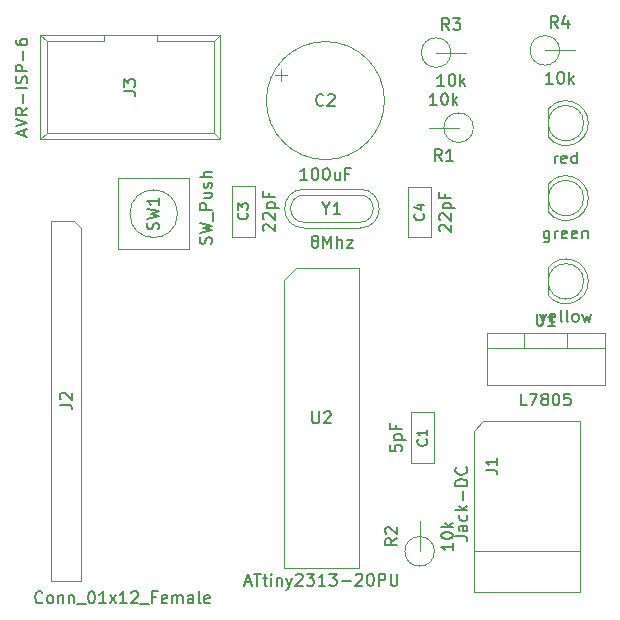
<source format=gbr>
G04 #@! TF.GenerationSoftware,KiCad,Pcbnew,5.0.2-5.fc29*
G04 #@! TF.CreationDate,2019-02-21T16:31:19+01:00*
G04 #@! TF.ProjectId,AVR Dev,41565220-4465-4762-9e6b-696361645f70,rev?*
G04 #@! TF.SameCoordinates,Original*
G04 #@! TF.FileFunction,Other,Fab,Top*
%FSLAX46Y46*%
G04 Gerber Fmt 4.6, Leading zero omitted, Abs format (unit mm)*
G04 Created by KiCad (PCBNEW 5.0.2-5.fc29) date czw, 21 lut 2019, 16:31:19*
%MOMM*%
%LPD*%
G01*
G04 APERTURE LIST*
%ADD10C,0.100000*%
%ADD11C,0.150000*%
%ADD12C,0.129000*%
G04 APERTURE END LIST*
D10*
G04 #@! TO.C,C1*
X171828000Y-80423500D02*
X169928000Y-80423500D01*
X169928000Y-80423500D02*
X169928000Y-84723500D01*
X169928000Y-84723500D02*
X171828000Y-84723500D01*
X171828000Y-84723500D02*
X171828000Y-80423500D01*
G04 #@! TO.C,C2*
X167647000Y-54038500D02*
G75*
G03X167647000Y-54038500I-5000000J0D01*
G01*
X158358139Y-51851000D02*
X159358139Y-51851000D01*
X158858139Y-51351000D02*
X158858139Y-52351000D01*
G04 #@! TO.C,C3*
X154752000Y-65563000D02*
X156652000Y-65563000D01*
X156652000Y-65563000D02*
X156652000Y-61263000D01*
X156652000Y-61263000D02*
X154752000Y-61263000D01*
X154752000Y-61263000D02*
X154752000Y-65563000D01*
G04 #@! TO.C,C4*
X169674000Y-61326500D02*
X169674000Y-65626500D01*
X171574000Y-61326500D02*
X169674000Y-61326500D01*
X171574000Y-65626500D02*
X171574000Y-61326500D01*
X169674000Y-65626500D02*
X171574000Y-65626500D01*
G04 #@! TO.C,D1*
X181506445Y-57108976D02*
G75*
G03X181507000Y-54777310I1500555J1165476D01*
G01*
X184507000Y-55943500D02*
G75*
G03X184507000Y-55943500I-1500000J0D01*
G01*
X181507000Y-54777310D02*
X181507000Y-57109690D01*
G04 #@! TO.C,D2*
X181507000Y-61127310D02*
X181507000Y-63459690D01*
X184507000Y-62293500D02*
G75*
G03X184507000Y-62293500I-1500000J0D01*
G01*
X181506445Y-63458976D02*
G75*
G03X181507000Y-61127310I1500555J1165476D01*
G01*
G04 #@! TO.C,D3*
X181506445Y-70507476D02*
G75*
G03X181507000Y-68175810I1500555J1165476D01*
G01*
X184507000Y-69342000D02*
G75*
G03X184507000Y-69342000I-1500000J0D01*
G01*
X181507000Y-68175810D02*
X181507000Y-70508190D01*
G04 #@! TO.C,J1*
X175199575Y-81981713D02*
X175955000Y-81178500D01*
X175205000Y-92178500D02*
X184205000Y-92178500D01*
X175205000Y-95678500D02*
X184205000Y-95678500D01*
X184205000Y-95678500D02*
X184205000Y-81178500D01*
X184205000Y-81178500D02*
X175955000Y-81178500D01*
X175205000Y-81978500D02*
X175205000Y-95678500D01*
G04 #@! TO.C,J2*
X139446000Y-64198500D02*
X141351000Y-64198500D01*
X141351000Y-64198500D02*
X141986000Y-64833500D01*
X141986000Y-64833500D02*
X141986000Y-94678500D01*
X141986000Y-94678500D02*
X139446000Y-94678500D01*
X139446000Y-94678500D02*
X139446000Y-64198500D01*
G04 #@! TO.C,J3*
X153754000Y-57320500D02*
X138474000Y-57320500D01*
X153214000Y-56770500D02*
X139034000Y-56770500D01*
X153754000Y-48470500D02*
X138474000Y-48470500D01*
X153214000Y-49020500D02*
X148364000Y-49020500D01*
X143864000Y-49020500D02*
X139034000Y-49020500D01*
X148364000Y-49020500D02*
X148364000Y-48470500D01*
X143864000Y-49020500D02*
X143864000Y-48470500D01*
X153754000Y-57320500D02*
X153754000Y-48470500D01*
X153214000Y-56770500D02*
X153214000Y-49020500D01*
X138474000Y-57320500D02*
X138474000Y-48470500D01*
X139034000Y-56770500D02*
X139034000Y-49020500D01*
X153754000Y-57320500D02*
X153214000Y-56770500D01*
X138474000Y-57320500D02*
X139034000Y-56770500D01*
X153754000Y-48470500D02*
X153214000Y-49020500D01*
X138474000Y-48470500D02*
X139034000Y-49020500D01*
G04 #@! TO.C,R1*
X173926000Y-56324500D02*
X171386000Y-56324500D01*
X175176000Y-56324500D02*
G75*
G03X175176000Y-56324500I-1250000J0D01*
G01*
G04 #@! TO.C,R2*
X171874000Y-92202000D02*
G75*
G03X171874000Y-92202000I-1250000J0D01*
G01*
X170624000Y-92202000D02*
X170624000Y-89662000D01*
G04 #@! TO.C,R3*
X173272000Y-49974500D02*
G75*
G03X173272000Y-49974500I-1250000J0D01*
G01*
X172022000Y-49974500D02*
X174562000Y-49974500D01*
G04 #@! TO.C,R4*
X181229000Y-49784000D02*
X183769000Y-49784000D01*
X182479000Y-49784000D02*
G75*
G03X182479000Y-49784000I-1250000J0D01*
G01*
G04 #@! TO.C,SW1*
X145110000Y-63615500D02*
X145110000Y-60615500D01*
X145110000Y-60615500D02*
X151110000Y-60615500D01*
X151110000Y-60615500D02*
X151110000Y-66615500D01*
X151110000Y-66615500D02*
X145110000Y-66615500D01*
X145110000Y-66615500D02*
X145110000Y-63615500D01*
X150125564Y-63615500D02*
G75*
G03X150125564Y-63615500I-2015564J0D01*
G01*
G04 #@! TO.C,U1*
X176292000Y-73748500D02*
X176292000Y-78148500D01*
X176292000Y-78148500D02*
X186292000Y-78148500D01*
X186292000Y-78148500D02*
X186292000Y-73748500D01*
X186292000Y-73748500D02*
X176292000Y-73748500D01*
X176292000Y-75018500D02*
X186292000Y-75018500D01*
X179442000Y-73748500D02*
X179442000Y-75018500D01*
X183142000Y-73748500D02*
X183142000Y-75018500D01*
G04 #@! TO.C,U2*
X160131000Y-68199000D02*
X165481000Y-68199000D01*
X165481000Y-68199000D02*
X165481000Y-93599000D01*
X165481000Y-93599000D02*
X159131000Y-93599000D01*
X159131000Y-93599000D02*
X159131000Y-69199000D01*
X159131000Y-69199000D02*
X160131000Y-68199000D01*
G04 #@! TO.C,Y1*
X160850000Y-61532500D02*
X165550000Y-61532500D01*
X160850000Y-64832500D02*
X165550000Y-64832500D01*
X160850000Y-62032500D02*
X165550000Y-62032500D01*
X160850000Y-64332500D02*
X165550000Y-64332500D01*
X160850000Y-64832500D02*
G75*
G02X160850000Y-61532500I0J1650000D01*
G01*
X165550000Y-64832500D02*
G75*
G03X165550000Y-61532500I0J1650000D01*
G01*
X160850000Y-64332500D02*
G75*
G02X160850000Y-62032500I0J1150000D01*
G01*
X165550000Y-64332500D02*
G75*
G03X165550000Y-62032500I0J1150000D01*
G01*
G04 #@! TD*
G04 #@! TO.C,C1*
D11*
X168130380Y-83216357D02*
X168130380Y-83692547D01*
X168606571Y-83740166D01*
X168558952Y-83692547D01*
X168511333Y-83597309D01*
X168511333Y-83359214D01*
X168558952Y-83263976D01*
X168606571Y-83216357D01*
X168701809Y-83168738D01*
X168939904Y-83168738D01*
X169035142Y-83216357D01*
X169082761Y-83263976D01*
X169130380Y-83359214D01*
X169130380Y-83597309D01*
X169082761Y-83692547D01*
X169035142Y-83740166D01*
X168463714Y-82740166D02*
X169463714Y-82740166D01*
X168511333Y-82740166D02*
X168463714Y-82644928D01*
X168463714Y-82454452D01*
X168511333Y-82359214D01*
X168558952Y-82311595D01*
X168654190Y-82263976D01*
X168939904Y-82263976D01*
X169035142Y-82311595D01*
X169082761Y-82359214D01*
X169130380Y-82454452D01*
X169130380Y-82644928D01*
X169082761Y-82740166D01*
X168606571Y-81502071D02*
X168606571Y-81835404D01*
X169130380Y-81835404D02*
X168130380Y-81835404D01*
X168130380Y-81359214D01*
D12*
X171185142Y-82716833D02*
X171226095Y-82757785D01*
X171267047Y-82880642D01*
X171267047Y-82962547D01*
X171226095Y-83085404D01*
X171144190Y-83167309D01*
X171062285Y-83208261D01*
X170898476Y-83249214D01*
X170775619Y-83249214D01*
X170611809Y-83208261D01*
X170529904Y-83167309D01*
X170448000Y-83085404D01*
X170407047Y-82962547D01*
X170407047Y-82880642D01*
X170448000Y-82757785D01*
X170488952Y-82716833D01*
X171267047Y-81897785D02*
X171267047Y-82389214D01*
X171267047Y-82143500D02*
X170407047Y-82143500D01*
X170529904Y-82225404D01*
X170611809Y-82307309D01*
X170652761Y-82389214D01*
G04 #@! TO.C,C2*
D11*
X161099380Y-60740880D02*
X160527952Y-60740880D01*
X160813666Y-60740880D02*
X160813666Y-59740880D01*
X160718428Y-59883738D01*
X160623190Y-59978976D01*
X160527952Y-60026595D01*
X161718428Y-59740880D02*
X161813666Y-59740880D01*
X161908904Y-59788500D01*
X161956523Y-59836119D01*
X162004142Y-59931357D01*
X162051761Y-60121833D01*
X162051761Y-60359928D01*
X162004142Y-60550404D01*
X161956523Y-60645642D01*
X161908904Y-60693261D01*
X161813666Y-60740880D01*
X161718428Y-60740880D01*
X161623190Y-60693261D01*
X161575571Y-60645642D01*
X161527952Y-60550404D01*
X161480333Y-60359928D01*
X161480333Y-60121833D01*
X161527952Y-59931357D01*
X161575571Y-59836119D01*
X161623190Y-59788500D01*
X161718428Y-59740880D01*
X162670809Y-59740880D02*
X162766047Y-59740880D01*
X162861285Y-59788500D01*
X162908904Y-59836119D01*
X162956523Y-59931357D01*
X163004142Y-60121833D01*
X163004142Y-60359928D01*
X162956523Y-60550404D01*
X162908904Y-60645642D01*
X162861285Y-60693261D01*
X162766047Y-60740880D01*
X162670809Y-60740880D01*
X162575571Y-60693261D01*
X162527952Y-60645642D01*
X162480333Y-60550404D01*
X162432714Y-60359928D01*
X162432714Y-60121833D01*
X162480333Y-59931357D01*
X162527952Y-59836119D01*
X162575571Y-59788500D01*
X162670809Y-59740880D01*
X163861285Y-60074214D02*
X163861285Y-60740880D01*
X163432714Y-60074214D02*
X163432714Y-60598023D01*
X163480333Y-60693261D01*
X163575571Y-60740880D01*
X163718428Y-60740880D01*
X163813666Y-60693261D01*
X163861285Y-60645642D01*
X164670809Y-60217071D02*
X164337476Y-60217071D01*
X164337476Y-60740880D02*
X164337476Y-59740880D01*
X164813666Y-59740880D01*
X162480333Y-54395642D02*
X162432714Y-54443261D01*
X162289857Y-54490880D01*
X162194619Y-54490880D01*
X162051761Y-54443261D01*
X161956523Y-54348023D01*
X161908904Y-54252785D01*
X161861285Y-54062309D01*
X161861285Y-53919452D01*
X161908904Y-53728976D01*
X161956523Y-53633738D01*
X162051761Y-53538500D01*
X162194619Y-53490880D01*
X162289857Y-53490880D01*
X162432714Y-53538500D01*
X162480333Y-53586119D01*
X162861285Y-53586119D02*
X162908904Y-53538500D01*
X163004142Y-53490880D01*
X163242238Y-53490880D01*
X163337476Y-53538500D01*
X163385095Y-53586119D01*
X163432714Y-53681357D01*
X163432714Y-53776595D01*
X163385095Y-53919452D01*
X162813666Y-54490880D01*
X163432714Y-54490880D01*
G04 #@! TO.C,C3*
X157449619Y-65055857D02*
X157402000Y-65008238D01*
X157354380Y-64913000D01*
X157354380Y-64674904D01*
X157402000Y-64579666D01*
X157449619Y-64532047D01*
X157544857Y-64484428D01*
X157640095Y-64484428D01*
X157782952Y-64532047D01*
X158354380Y-65103476D01*
X158354380Y-64484428D01*
X157449619Y-64103476D02*
X157402000Y-64055857D01*
X157354380Y-63960619D01*
X157354380Y-63722523D01*
X157402000Y-63627285D01*
X157449619Y-63579666D01*
X157544857Y-63532047D01*
X157640095Y-63532047D01*
X157782952Y-63579666D01*
X158354380Y-64151095D01*
X158354380Y-63532047D01*
X157687714Y-63103476D02*
X158687714Y-63103476D01*
X157735333Y-63103476D02*
X157687714Y-63008238D01*
X157687714Y-62817761D01*
X157735333Y-62722523D01*
X157782952Y-62674904D01*
X157878190Y-62627285D01*
X158163904Y-62627285D01*
X158259142Y-62674904D01*
X158306761Y-62722523D01*
X158354380Y-62817761D01*
X158354380Y-63008238D01*
X158306761Y-63103476D01*
X157830571Y-61865380D02*
X157830571Y-62198714D01*
X158354380Y-62198714D02*
X157354380Y-62198714D01*
X157354380Y-61722523D01*
D12*
X156009142Y-63556333D02*
X156050095Y-63597285D01*
X156091047Y-63720142D01*
X156091047Y-63802047D01*
X156050095Y-63924904D01*
X155968190Y-64006809D01*
X155886285Y-64047761D01*
X155722476Y-64088714D01*
X155599619Y-64088714D01*
X155435809Y-64047761D01*
X155353904Y-64006809D01*
X155272000Y-63924904D01*
X155231047Y-63802047D01*
X155231047Y-63720142D01*
X155272000Y-63597285D01*
X155312952Y-63556333D01*
X155231047Y-63269666D02*
X155231047Y-62737285D01*
X155558666Y-63023952D01*
X155558666Y-62901095D01*
X155599619Y-62819190D01*
X155640571Y-62778238D01*
X155722476Y-62737285D01*
X155927238Y-62737285D01*
X156009142Y-62778238D01*
X156050095Y-62819190D01*
X156091047Y-62901095D01*
X156091047Y-63146809D01*
X156050095Y-63228714D01*
X156009142Y-63269666D01*
G04 #@! TO.C,C4*
D11*
X172371619Y-65119357D02*
X172324000Y-65071738D01*
X172276380Y-64976500D01*
X172276380Y-64738404D01*
X172324000Y-64643166D01*
X172371619Y-64595547D01*
X172466857Y-64547928D01*
X172562095Y-64547928D01*
X172704952Y-64595547D01*
X173276380Y-65166976D01*
X173276380Y-64547928D01*
X172371619Y-64166976D02*
X172324000Y-64119357D01*
X172276380Y-64024119D01*
X172276380Y-63786023D01*
X172324000Y-63690785D01*
X172371619Y-63643166D01*
X172466857Y-63595547D01*
X172562095Y-63595547D01*
X172704952Y-63643166D01*
X173276380Y-64214595D01*
X173276380Y-63595547D01*
X172609714Y-63166976D02*
X173609714Y-63166976D01*
X172657333Y-63166976D02*
X172609714Y-63071738D01*
X172609714Y-62881261D01*
X172657333Y-62786023D01*
X172704952Y-62738404D01*
X172800190Y-62690785D01*
X173085904Y-62690785D01*
X173181142Y-62738404D01*
X173228761Y-62786023D01*
X173276380Y-62881261D01*
X173276380Y-63071738D01*
X173228761Y-63166976D01*
X172752571Y-61928880D02*
X172752571Y-62262214D01*
X173276380Y-62262214D02*
X172276380Y-62262214D01*
X172276380Y-61786023D01*
D12*
X170931142Y-63619833D02*
X170972095Y-63660785D01*
X171013047Y-63783642D01*
X171013047Y-63865547D01*
X170972095Y-63988404D01*
X170890190Y-64070309D01*
X170808285Y-64111261D01*
X170644476Y-64152214D01*
X170521619Y-64152214D01*
X170357809Y-64111261D01*
X170275904Y-64070309D01*
X170194000Y-63988404D01*
X170153047Y-63865547D01*
X170153047Y-63783642D01*
X170194000Y-63660785D01*
X170234952Y-63619833D01*
X170439714Y-62882690D02*
X171013047Y-62882690D01*
X170112095Y-63087452D02*
X170726380Y-63292214D01*
X170726380Y-62759833D01*
G04 #@! TO.C,D1*
D11*
X182054619Y-59355880D02*
X182054619Y-58689214D01*
X182054619Y-58879690D02*
X182102238Y-58784452D01*
X182149857Y-58736833D01*
X182245095Y-58689214D01*
X182340333Y-58689214D01*
X183054619Y-59308261D02*
X182959380Y-59355880D01*
X182768904Y-59355880D01*
X182673666Y-59308261D01*
X182626047Y-59213023D01*
X182626047Y-58832071D01*
X182673666Y-58736833D01*
X182768904Y-58689214D01*
X182959380Y-58689214D01*
X183054619Y-58736833D01*
X183102238Y-58832071D01*
X183102238Y-58927309D01*
X182626047Y-59022547D01*
X183959380Y-59355880D02*
X183959380Y-58355880D01*
X183959380Y-59308261D02*
X183864142Y-59355880D01*
X183673666Y-59355880D01*
X183578428Y-59308261D01*
X183530809Y-59260642D01*
X183483190Y-59165404D01*
X183483190Y-58879690D01*
X183530809Y-58784452D01*
X183578428Y-58736833D01*
X183673666Y-58689214D01*
X183864142Y-58689214D01*
X183959380Y-58736833D01*
G04 #@! TO.C,D2*
X181602238Y-65039214D02*
X181602238Y-65848738D01*
X181554619Y-65943976D01*
X181507000Y-65991595D01*
X181411761Y-66039214D01*
X181268904Y-66039214D01*
X181173666Y-65991595D01*
X181602238Y-65658261D02*
X181507000Y-65705880D01*
X181316523Y-65705880D01*
X181221285Y-65658261D01*
X181173666Y-65610642D01*
X181126047Y-65515404D01*
X181126047Y-65229690D01*
X181173666Y-65134452D01*
X181221285Y-65086833D01*
X181316523Y-65039214D01*
X181507000Y-65039214D01*
X181602238Y-65086833D01*
X182078428Y-65705880D02*
X182078428Y-65039214D01*
X182078428Y-65229690D02*
X182126047Y-65134452D01*
X182173666Y-65086833D01*
X182268904Y-65039214D01*
X182364142Y-65039214D01*
X183078428Y-65658261D02*
X182983190Y-65705880D01*
X182792714Y-65705880D01*
X182697476Y-65658261D01*
X182649857Y-65563023D01*
X182649857Y-65182071D01*
X182697476Y-65086833D01*
X182792714Y-65039214D01*
X182983190Y-65039214D01*
X183078428Y-65086833D01*
X183126047Y-65182071D01*
X183126047Y-65277309D01*
X182649857Y-65372547D01*
X183935571Y-65658261D02*
X183840333Y-65705880D01*
X183649857Y-65705880D01*
X183554619Y-65658261D01*
X183507000Y-65563023D01*
X183507000Y-65182071D01*
X183554619Y-65086833D01*
X183649857Y-65039214D01*
X183840333Y-65039214D01*
X183935571Y-65086833D01*
X183983190Y-65182071D01*
X183983190Y-65277309D01*
X183507000Y-65372547D01*
X184411761Y-65039214D02*
X184411761Y-65705880D01*
X184411761Y-65134452D02*
X184459380Y-65086833D01*
X184554619Y-65039214D01*
X184697476Y-65039214D01*
X184792714Y-65086833D01*
X184840333Y-65182071D01*
X184840333Y-65705880D01*
G04 #@! TO.C,D3*
X180840333Y-72087714D02*
X181078428Y-72754380D01*
X181316523Y-72087714D02*
X181078428Y-72754380D01*
X180983190Y-72992476D01*
X180935571Y-73040095D01*
X180840333Y-73087714D01*
X182078428Y-72706761D02*
X181983190Y-72754380D01*
X181792714Y-72754380D01*
X181697476Y-72706761D01*
X181649857Y-72611523D01*
X181649857Y-72230571D01*
X181697476Y-72135333D01*
X181792714Y-72087714D01*
X181983190Y-72087714D01*
X182078428Y-72135333D01*
X182126047Y-72230571D01*
X182126047Y-72325809D01*
X181649857Y-72421047D01*
X182697476Y-72754380D02*
X182602238Y-72706761D01*
X182554619Y-72611523D01*
X182554619Y-71754380D01*
X183221285Y-72754380D02*
X183126047Y-72706761D01*
X183078428Y-72611523D01*
X183078428Y-71754380D01*
X183745095Y-72754380D02*
X183649857Y-72706761D01*
X183602238Y-72659142D01*
X183554619Y-72563904D01*
X183554619Y-72278190D01*
X183602238Y-72182952D01*
X183649857Y-72135333D01*
X183745095Y-72087714D01*
X183887952Y-72087714D01*
X183983190Y-72135333D01*
X184030809Y-72182952D01*
X184078428Y-72278190D01*
X184078428Y-72563904D01*
X184030809Y-72659142D01*
X183983190Y-72706761D01*
X183887952Y-72754380D01*
X183745095Y-72754380D01*
X184411761Y-72087714D02*
X184602238Y-72754380D01*
X184792714Y-72278190D01*
X184983190Y-72754380D01*
X185173666Y-72087714D01*
G04 #@! TO.C,J1*
X173657380Y-90940404D02*
X174371666Y-90940404D01*
X174514523Y-90988023D01*
X174609761Y-91083261D01*
X174657380Y-91226119D01*
X174657380Y-91321357D01*
X174657380Y-90035642D02*
X174133571Y-90035642D01*
X174038333Y-90083261D01*
X173990714Y-90178500D01*
X173990714Y-90368976D01*
X174038333Y-90464214D01*
X174609761Y-90035642D02*
X174657380Y-90130880D01*
X174657380Y-90368976D01*
X174609761Y-90464214D01*
X174514523Y-90511833D01*
X174419285Y-90511833D01*
X174324047Y-90464214D01*
X174276428Y-90368976D01*
X174276428Y-90130880D01*
X174228809Y-90035642D01*
X174609761Y-89130880D02*
X174657380Y-89226119D01*
X174657380Y-89416595D01*
X174609761Y-89511833D01*
X174562142Y-89559452D01*
X174466904Y-89607071D01*
X174181190Y-89607071D01*
X174085952Y-89559452D01*
X174038333Y-89511833D01*
X173990714Y-89416595D01*
X173990714Y-89226119D01*
X174038333Y-89130880D01*
X174657380Y-88702309D02*
X173657380Y-88702309D01*
X174276428Y-88607071D02*
X174657380Y-88321357D01*
X173990714Y-88321357D02*
X174371666Y-88702309D01*
X174276428Y-87892785D02*
X174276428Y-87130880D01*
X174657380Y-86654690D02*
X173657380Y-86654690D01*
X173657380Y-86416595D01*
X173705000Y-86273738D01*
X173800238Y-86178500D01*
X173895476Y-86130880D01*
X174085952Y-86083261D01*
X174228809Y-86083261D01*
X174419285Y-86130880D01*
X174514523Y-86178500D01*
X174609761Y-86273738D01*
X174657380Y-86416595D01*
X174657380Y-86654690D01*
X174562142Y-85083261D02*
X174609761Y-85130880D01*
X174657380Y-85273738D01*
X174657380Y-85368976D01*
X174609761Y-85511833D01*
X174514523Y-85607071D01*
X174419285Y-85654690D01*
X174228809Y-85702309D01*
X174085952Y-85702309D01*
X173895476Y-85654690D01*
X173800238Y-85607071D01*
X173705000Y-85511833D01*
X173657380Y-85368976D01*
X173657380Y-85273738D01*
X173705000Y-85130880D01*
X173752619Y-85083261D01*
X176207380Y-85311833D02*
X176921666Y-85311833D01*
X177064523Y-85359452D01*
X177159761Y-85454690D01*
X177207380Y-85597547D01*
X177207380Y-85692785D01*
X177207380Y-84311833D02*
X177207380Y-84883261D01*
X177207380Y-84597547D02*
X176207380Y-84597547D01*
X176350238Y-84692785D01*
X176445476Y-84788023D01*
X176493095Y-84883261D01*
G04 #@! TO.C,J2*
X138692785Y-96496142D02*
X138645166Y-96543761D01*
X138502309Y-96591380D01*
X138407071Y-96591380D01*
X138264214Y-96543761D01*
X138168976Y-96448523D01*
X138121357Y-96353285D01*
X138073738Y-96162809D01*
X138073738Y-96019952D01*
X138121357Y-95829476D01*
X138168976Y-95734238D01*
X138264214Y-95639000D01*
X138407071Y-95591380D01*
X138502309Y-95591380D01*
X138645166Y-95639000D01*
X138692785Y-95686619D01*
X139264214Y-96591380D02*
X139168976Y-96543761D01*
X139121357Y-96496142D01*
X139073738Y-96400904D01*
X139073738Y-96115190D01*
X139121357Y-96019952D01*
X139168976Y-95972333D01*
X139264214Y-95924714D01*
X139407071Y-95924714D01*
X139502309Y-95972333D01*
X139549928Y-96019952D01*
X139597547Y-96115190D01*
X139597547Y-96400904D01*
X139549928Y-96496142D01*
X139502309Y-96543761D01*
X139407071Y-96591380D01*
X139264214Y-96591380D01*
X140026119Y-95924714D02*
X140026119Y-96591380D01*
X140026119Y-96019952D02*
X140073738Y-95972333D01*
X140168976Y-95924714D01*
X140311833Y-95924714D01*
X140407071Y-95972333D01*
X140454690Y-96067571D01*
X140454690Y-96591380D01*
X140930880Y-95924714D02*
X140930880Y-96591380D01*
X140930880Y-96019952D02*
X140978500Y-95972333D01*
X141073738Y-95924714D01*
X141216595Y-95924714D01*
X141311833Y-95972333D01*
X141359452Y-96067571D01*
X141359452Y-96591380D01*
X141597547Y-96686619D02*
X142359452Y-96686619D01*
X142788023Y-95591380D02*
X142883261Y-95591380D01*
X142978500Y-95639000D01*
X143026119Y-95686619D01*
X143073738Y-95781857D01*
X143121357Y-95972333D01*
X143121357Y-96210428D01*
X143073738Y-96400904D01*
X143026119Y-96496142D01*
X142978500Y-96543761D01*
X142883261Y-96591380D01*
X142788023Y-96591380D01*
X142692785Y-96543761D01*
X142645166Y-96496142D01*
X142597547Y-96400904D01*
X142549928Y-96210428D01*
X142549928Y-95972333D01*
X142597547Y-95781857D01*
X142645166Y-95686619D01*
X142692785Y-95639000D01*
X142788023Y-95591380D01*
X144073738Y-96591380D02*
X143502309Y-96591380D01*
X143788023Y-96591380D02*
X143788023Y-95591380D01*
X143692785Y-95734238D01*
X143597547Y-95829476D01*
X143502309Y-95877095D01*
X144407071Y-96591380D02*
X144930880Y-95924714D01*
X144407071Y-95924714D02*
X144930880Y-96591380D01*
X145835642Y-96591380D02*
X145264214Y-96591380D01*
X145549928Y-96591380D02*
X145549928Y-95591380D01*
X145454690Y-95734238D01*
X145359452Y-95829476D01*
X145264214Y-95877095D01*
X146216595Y-95686619D02*
X146264214Y-95639000D01*
X146359452Y-95591380D01*
X146597547Y-95591380D01*
X146692785Y-95639000D01*
X146740404Y-95686619D01*
X146788023Y-95781857D01*
X146788023Y-95877095D01*
X146740404Y-96019952D01*
X146168976Y-96591380D01*
X146788023Y-96591380D01*
X146978500Y-96686619D02*
X147740404Y-96686619D01*
X148311833Y-96067571D02*
X147978500Y-96067571D01*
X147978500Y-96591380D02*
X147978500Y-95591380D01*
X148454690Y-95591380D01*
X149216595Y-96543761D02*
X149121357Y-96591380D01*
X148930880Y-96591380D01*
X148835642Y-96543761D01*
X148788023Y-96448523D01*
X148788023Y-96067571D01*
X148835642Y-95972333D01*
X148930880Y-95924714D01*
X149121357Y-95924714D01*
X149216595Y-95972333D01*
X149264214Y-96067571D01*
X149264214Y-96162809D01*
X148788023Y-96258047D01*
X149692785Y-96591380D02*
X149692785Y-95924714D01*
X149692785Y-96019952D02*
X149740404Y-95972333D01*
X149835642Y-95924714D01*
X149978500Y-95924714D01*
X150073738Y-95972333D01*
X150121357Y-96067571D01*
X150121357Y-96591380D01*
X150121357Y-96067571D02*
X150168976Y-95972333D01*
X150264214Y-95924714D01*
X150407071Y-95924714D01*
X150502309Y-95972333D01*
X150549928Y-96067571D01*
X150549928Y-96591380D01*
X151454690Y-96591380D02*
X151454690Y-96067571D01*
X151407071Y-95972333D01*
X151311833Y-95924714D01*
X151121357Y-95924714D01*
X151026119Y-95972333D01*
X151454690Y-96543761D02*
X151359452Y-96591380D01*
X151121357Y-96591380D01*
X151026119Y-96543761D01*
X150978500Y-96448523D01*
X150978500Y-96353285D01*
X151026119Y-96258047D01*
X151121357Y-96210428D01*
X151359452Y-96210428D01*
X151454690Y-96162809D01*
X152073738Y-96591380D02*
X151978500Y-96543761D01*
X151930880Y-96448523D01*
X151930880Y-95591380D01*
X152835642Y-96543761D02*
X152740404Y-96591380D01*
X152549928Y-96591380D01*
X152454690Y-96543761D01*
X152407071Y-96448523D01*
X152407071Y-96067571D01*
X152454690Y-95972333D01*
X152549928Y-95924714D01*
X152740404Y-95924714D01*
X152835642Y-95972333D01*
X152883261Y-96067571D01*
X152883261Y-96162809D01*
X152407071Y-96258047D01*
X140168380Y-79771833D02*
X140882666Y-79771833D01*
X141025523Y-79819452D01*
X141120761Y-79914690D01*
X141168380Y-80057547D01*
X141168380Y-80152785D01*
X140263619Y-79343261D02*
X140216000Y-79295642D01*
X140168380Y-79200404D01*
X140168380Y-78962309D01*
X140216000Y-78867071D01*
X140263619Y-78819452D01*
X140358857Y-78771833D01*
X140454095Y-78771833D01*
X140596952Y-78819452D01*
X141168380Y-79390880D01*
X141168380Y-78771833D01*
G04 #@! TO.C,J3*
X137136666Y-56990738D02*
X137136666Y-56514547D01*
X137422380Y-57085976D02*
X136422380Y-56752642D01*
X137422380Y-56419309D01*
X136422380Y-56228833D02*
X137422380Y-55895500D01*
X136422380Y-55562166D01*
X137422380Y-54657404D02*
X136946190Y-54990738D01*
X137422380Y-55228833D02*
X136422380Y-55228833D01*
X136422380Y-54847880D01*
X136470000Y-54752642D01*
X136517619Y-54705023D01*
X136612857Y-54657404D01*
X136755714Y-54657404D01*
X136850952Y-54705023D01*
X136898571Y-54752642D01*
X136946190Y-54847880D01*
X136946190Y-55228833D01*
X137041428Y-54228833D02*
X137041428Y-53466928D01*
X137422380Y-52990738D02*
X136422380Y-52990738D01*
X137374761Y-52562166D02*
X137422380Y-52419309D01*
X137422380Y-52181214D01*
X137374761Y-52085976D01*
X137327142Y-52038357D01*
X137231904Y-51990738D01*
X137136666Y-51990738D01*
X137041428Y-52038357D01*
X136993809Y-52085976D01*
X136946190Y-52181214D01*
X136898571Y-52371690D01*
X136850952Y-52466928D01*
X136803333Y-52514547D01*
X136708095Y-52562166D01*
X136612857Y-52562166D01*
X136517619Y-52514547D01*
X136470000Y-52466928D01*
X136422380Y-52371690D01*
X136422380Y-52133595D01*
X136470000Y-51990738D01*
X137422380Y-51562166D02*
X136422380Y-51562166D01*
X136422380Y-51181214D01*
X136470000Y-51085976D01*
X136517619Y-51038357D01*
X136612857Y-50990738D01*
X136755714Y-50990738D01*
X136850952Y-51038357D01*
X136898571Y-51085976D01*
X136946190Y-51181214D01*
X136946190Y-51562166D01*
X137041428Y-50562166D02*
X137041428Y-49800261D01*
X136422380Y-48895500D02*
X136422380Y-49085976D01*
X136470000Y-49181214D01*
X136517619Y-49228833D01*
X136660476Y-49324071D01*
X136850952Y-49371690D01*
X137231904Y-49371690D01*
X137327142Y-49324071D01*
X137374761Y-49276452D01*
X137422380Y-49181214D01*
X137422380Y-48990738D01*
X137374761Y-48895500D01*
X137327142Y-48847880D01*
X137231904Y-48800261D01*
X136993809Y-48800261D01*
X136898571Y-48847880D01*
X136850952Y-48895500D01*
X136803333Y-48990738D01*
X136803333Y-49181214D01*
X136850952Y-49276452D01*
X136898571Y-49324071D01*
X136993809Y-49371690D01*
X145566380Y-53228833D02*
X146280666Y-53228833D01*
X146423523Y-53276452D01*
X146518761Y-53371690D01*
X146566380Y-53514547D01*
X146566380Y-53609785D01*
X145566380Y-52847880D02*
X145566380Y-52228833D01*
X145947333Y-52562166D01*
X145947333Y-52419309D01*
X145994952Y-52324071D01*
X146042571Y-52276452D01*
X146137809Y-52228833D01*
X146375904Y-52228833D01*
X146471142Y-52276452D01*
X146518761Y-52324071D01*
X146566380Y-52419309D01*
X146566380Y-52705023D01*
X146518761Y-52800261D01*
X146471142Y-52847880D01*
G04 #@! TO.C,R1*
X172060761Y-54406880D02*
X171489333Y-54406880D01*
X171775047Y-54406880D02*
X171775047Y-53406880D01*
X171679809Y-53549738D01*
X171584571Y-53644976D01*
X171489333Y-53692595D01*
X172679809Y-53406880D02*
X172775047Y-53406880D01*
X172870285Y-53454500D01*
X172917904Y-53502119D01*
X172965523Y-53597357D01*
X173013142Y-53787833D01*
X173013142Y-54025928D01*
X172965523Y-54216404D01*
X172917904Y-54311642D01*
X172870285Y-54359261D01*
X172775047Y-54406880D01*
X172679809Y-54406880D01*
X172584571Y-54359261D01*
X172536952Y-54311642D01*
X172489333Y-54216404D01*
X172441714Y-54025928D01*
X172441714Y-53787833D01*
X172489333Y-53597357D01*
X172536952Y-53502119D01*
X172584571Y-53454500D01*
X172679809Y-53406880D01*
X173441714Y-54406880D02*
X173441714Y-53406880D01*
X173536952Y-54025928D02*
X173822666Y-54406880D01*
X173822666Y-53740214D02*
X173441714Y-54121166D01*
X172489333Y-59146880D02*
X172156000Y-58670690D01*
X171917904Y-59146880D02*
X171917904Y-58146880D01*
X172298857Y-58146880D01*
X172394095Y-58194500D01*
X172441714Y-58242119D01*
X172489333Y-58337357D01*
X172489333Y-58480214D01*
X172441714Y-58575452D01*
X172394095Y-58623071D01*
X172298857Y-58670690D01*
X171917904Y-58670690D01*
X173441714Y-59146880D02*
X172870285Y-59146880D01*
X173156000Y-59146880D02*
X173156000Y-58146880D01*
X173060761Y-58289738D01*
X172965523Y-58384976D01*
X172870285Y-58432595D01*
G04 #@! TO.C,R2*
X173446380Y-91527238D02*
X173446380Y-92098666D01*
X173446380Y-91812952D02*
X172446380Y-91812952D01*
X172589238Y-91908190D01*
X172684476Y-92003428D01*
X172732095Y-92098666D01*
X172446380Y-90908190D02*
X172446380Y-90812952D01*
X172494000Y-90717714D01*
X172541619Y-90670095D01*
X172636857Y-90622476D01*
X172827333Y-90574857D01*
X173065428Y-90574857D01*
X173255904Y-90622476D01*
X173351142Y-90670095D01*
X173398761Y-90717714D01*
X173446380Y-90812952D01*
X173446380Y-90908190D01*
X173398761Y-91003428D01*
X173351142Y-91051047D01*
X173255904Y-91098666D01*
X173065428Y-91146285D01*
X172827333Y-91146285D01*
X172636857Y-91098666D01*
X172541619Y-91051047D01*
X172494000Y-91003428D01*
X172446380Y-90908190D01*
X173446380Y-90146285D02*
X172446380Y-90146285D01*
X173065428Y-90051047D02*
X173446380Y-89765333D01*
X172779714Y-89765333D02*
X173160666Y-90146285D01*
X168706380Y-91098666D02*
X168230190Y-91432000D01*
X168706380Y-91670095D02*
X167706380Y-91670095D01*
X167706380Y-91289142D01*
X167754000Y-91193904D01*
X167801619Y-91146285D01*
X167896857Y-91098666D01*
X168039714Y-91098666D01*
X168134952Y-91146285D01*
X168182571Y-91193904D01*
X168230190Y-91289142D01*
X168230190Y-91670095D01*
X167801619Y-90717714D02*
X167754000Y-90670095D01*
X167706380Y-90574857D01*
X167706380Y-90336761D01*
X167754000Y-90241523D01*
X167801619Y-90193904D01*
X167896857Y-90146285D01*
X167992095Y-90146285D01*
X168134952Y-90193904D01*
X168706380Y-90765333D01*
X168706380Y-90146285D01*
G04 #@! TO.C,R3*
X172696761Y-52796880D02*
X172125333Y-52796880D01*
X172411047Y-52796880D02*
X172411047Y-51796880D01*
X172315809Y-51939738D01*
X172220571Y-52034976D01*
X172125333Y-52082595D01*
X173315809Y-51796880D02*
X173411047Y-51796880D01*
X173506285Y-51844500D01*
X173553904Y-51892119D01*
X173601523Y-51987357D01*
X173649142Y-52177833D01*
X173649142Y-52415928D01*
X173601523Y-52606404D01*
X173553904Y-52701642D01*
X173506285Y-52749261D01*
X173411047Y-52796880D01*
X173315809Y-52796880D01*
X173220571Y-52749261D01*
X173172952Y-52701642D01*
X173125333Y-52606404D01*
X173077714Y-52415928D01*
X173077714Y-52177833D01*
X173125333Y-51987357D01*
X173172952Y-51892119D01*
X173220571Y-51844500D01*
X173315809Y-51796880D01*
X174077714Y-52796880D02*
X174077714Y-51796880D01*
X174172952Y-52415928D02*
X174458666Y-52796880D01*
X174458666Y-52130214D02*
X174077714Y-52511166D01*
X173125333Y-48056880D02*
X172792000Y-47580690D01*
X172553904Y-48056880D02*
X172553904Y-47056880D01*
X172934857Y-47056880D01*
X173030095Y-47104500D01*
X173077714Y-47152119D01*
X173125333Y-47247357D01*
X173125333Y-47390214D01*
X173077714Y-47485452D01*
X173030095Y-47533071D01*
X172934857Y-47580690D01*
X172553904Y-47580690D01*
X173458666Y-47056880D02*
X174077714Y-47056880D01*
X173744380Y-47437833D01*
X173887238Y-47437833D01*
X173982476Y-47485452D01*
X174030095Y-47533071D01*
X174077714Y-47628309D01*
X174077714Y-47866404D01*
X174030095Y-47961642D01*
X173982476Y-48009261D01*
X173887238Y-48056880D01*
X173601523Y-48056880D01*
X173506285Y-48009261D01*
X173458666Y-47961642D01*
G04 #@! TO.C,R4*
X181903761Y-52606380D02*
X181332333Y-52606380D01*
X181618047Y-52606380D02*
X181618047Y-51606380D01*
X181522809Y-51749238D01*
X181427571Y-51844476D01*
X181332333Y-51892095D01*
X182522809Y-51606380D02*
X182618047Y-51606380D01*
X182713285Y-51654000D01*
X182760904Y-51701619D01*
X182808523Y-51796857D01*
X182856142Y-51987333D01*
X182856142Y-52225428D01*
X182808523Y-52415904D01*
X182760904Y-52511142D01*
X182713285Y-52558761D01*
X182618047Y-52606380D01*
X182522809Y-52606380D01*
X182427571Y-52558761D01*
X182379952Y-52511142D01*
X182332333Y-52415904D01*
X182284714Y-52225428D01*
X182284714Y-51987333D01*
X182332333Y-51796857D01*
X182379952Y-51701619D01*
X182427571Y-51654000D01*
X182522809Y-51606380D01*
X183284714Y-52606380D02*
X183284714Y-51606380D01*
X183379952Y-52225428D02*
X183665666Y-52606380D01*
X183665666Y-51939714D02*
X183284714Y-52320666D01*
X182332333Y-47866380D02*
X181999000Y-47390190D01*
X181760904Y-47866380D02*
X181760904Y-46866380D01*
X182141857Y-46866380D01*
X182237095Y-46914000D01*
X182284714Y-46961619D01*
X182332333Y-47056857D01*
X182332333Y-47199714D01*
X182284714Y-47294952D01*
X182237095Y-47342571D01*
X182141857Y-47390190D01*
X181760904Y-47390190D01*
X183189476Y-47199714D02*
X183189476Y-47866380D01*
X182951380Y-46818761D02*
X182713285Y-47533047D01*
X183332333Y-47533047D01*
G04 #@! TO.C,SW1*
X152964761Y-66163119D02*
X153012380Y-66020261D01*
X153012380Y-65782166D01*
X152964761Y-65686928D01*
X152917142Y-65639309D01*
X152821904Y-65591690D01*
X152726666Y-65591690D01*
X152631428Y-65639309D01*
X152583809Y-65686928D01*
X152536190Y-65782166D01*
X152488571Y-65972642D01*
X152440952Y-66067880D01*
X152393333Y-66115500D01*
X152298095Y-66163119D01*
X152202857Y-66163119D01*
X152107619Y-66115500D01*
X152060000Y-66067880D01*
X152012380Y-65972642D01*
X152012380Y-65734547D01*
X152060000Y-65591690D01*
X152012380Y-65258357D02*
X153012380Y-65020261D01*
X152298095Y-64829785D01*
X153012380Y-64639309D01*
X152012380Y-64401214D01*
X153107619Y-64258357D02*
X153107619Y-63496452D01*
X153012380Y-63258357D02*
X152012380Y-63258357D01*
X152012380Y-62877404D01*
X152060000Y-62782166D01*
X152107619Y-62734547D01*
X152202857Y-62686928D01*
X152345714Y-62686928D01*
X152440952Y-62734547D01*
X152488571Y-62782166D01*
X152536190Y-62877404D01*
X152536190Y-63258357D01*
X152345714Y-61829785D02*
X153012380Y-61829785D01*
X152345714Y-62258357D02*
X152869523Y-62258357D01*
X152964761Y-62210738D01*
X153012380Y-62115500D01*
X153012380Y-61972642D01*
X152964761Y-61877404D01*
X152917142Y-61829785D01*
X152964761Y-61401214D02*
X153012380Y-61305976D01*
X153012380Y-61115500D01*
X152964761Y-61020261D01*
X152869523Y-60972642D01*
X152821904Y-60972642D01*
X152726666Y-61020261D01*
X152679047Y-61115500D01*
X152679047Y-61258357D01*
X152631428Y-61353595D01*
X152536190Y-61401214D01*
X152488571Y-61401214D01*
X152393333Y-61353595D01*
X152345714Y-61258357D01*
X152345714Y-61115500D01*
X152393333Y-61020261D01*
X153012380Y-60544071D02*
X152012380Y-60544071D01*
X153012380Y-60115500D02*
X152488571Y-60115500D01*
X152393333Y-60163119D01*
X152345714Y-60258357D01*
X152345714Y-60401214D01*
X152393333Y-60496452D01*
X152440952Y-60544071D01*
X148514761Y-64948833D02*
X148562380Y-64805976D01*
X148562380Y-64567880D01*
X148514761Y-64472642D01*
X148467142Y-64425023D01*
X148371904Y-64377404D01*
X148276666Y-64377404D01*
X148181428Y-64425023D01*
X148133809Y-64472642D01*
X148086190Y-64567880D01*
X148038571Y-64758357D01*
X147990952Y-64853595D01*
X147943333Y-64901214D01*
X147848095Y-64948833D01*
X147752857Y-64948833D01*
X147657619Y-64901214D01*
X147610000Y-64853595D01*
X147562380Y-64758357D01*
X147562380Y-64520261D01*
X147610000Y-64377404D01*
X147562380Y-64044071D02*
X148562380Y-63805976D01*
X147848095Y-63615500D01*
X148562380Y-63425023D01*
X147562380Y-63186928D01*
X148562380Y-62282166D02*
X148562380Y-62853595D01*
X148562380Y-62567880D02*
X147562380Y-62567880D01*
X147705238Y-62663119D01*
X147800476Y-62758357D01*
X147848095Y-62853595D01*
G04 #@! TO.C,U1*
X179696761Y-79850880D02*
X179220571Y-79850880D01*
X179220571Y-78850880D01*
X179934857Y-78850880D02*
X180601523Y-78850880D01*
X180172952Y-79850880D01*
X181125333Y-79279452D02*
X181030095Y-79231833D01*
X180982476Y-79184214D01*
X180934857Y-79088976D01*
X180934857Y-79041357D01*
X180982476Y-78946119D01*
X181030095Y-78898500D01*
X181125333Y-78850880D01*
X181315809Y-78850880D01*
X181411047Y-78898500D01*
X181458666Y-78946119D01*
X181506285Y-79041357D01*
X181506285Y-79088976D01*
X181458666Y-79184214D01*
X181411047Y-79231833D01*
X181315809Y-79279452D01*
X181125333Y-79279452D01*
X181030095Y-79327071D01*
X180982476Y-79374690D01*
X180934857Y-79469928D01*
X180934857Y-79660404D01*
X180982476Y-79755642D01*
X181030095Y-79803261D01*
X181125333Y-79850880D01*
X181315809Y-79850880D01*
X181411047Y-79803261D01*
X181458666Y-79755642D01*
X181506285Y-79660404D01*
X181506285Y-79469928D01*
X181458666Y-79374690D01*
X181411047Y-79327071D01*
X181315809Y-79279452D01*
X182125333Y-78850880D02*
X182220571Y-78850880D01*
X182315809Y-78898500D01*
X182363428Y-78946119D01*
X182411047Y-79041357D01*
X182458666Y-79231833D01*
X182458666Y-79469928D01*
X182411047Y-79660404D01*
X182363428Y-79755642D01*
X182315809Y-79803261D01*
X182220571Y-79850880D01*
X182125333Y-79850880D01*
X182030095Y-79803261D01*
X181982476Y-79755642D01*
X181934857Y-79660404D01*
X181887238Y-79469928D01*
X181887238Y-79231833D01*
X181934857Y-79041357D01*
X181982476Y-78946119D01*
X182030095Y-78898500D01*
X182125333Y-78850880D01*
X183363428Y-78850880D02*
X182887238Y-78850880D01*
X182839619Y-79327071D01*
X182887238Y-79279452D01*
X182982476Y-79231833D01*
X183220571Y-79231833D01*
X183315809Y-79279452D01*
X183363428Y-79327071D01*
X183411047Y-79422309D01*
X183411047Y-79660404D01*
X183363428Y-79755642D01*
X183315809Y-79803261D01*
X183220571Y-79850880D01*
X182982476Y-79850880D01*
X182887238Y-79803261D01*
X182839619Y-79755642D01*
X180530095Y-72080880D02*
X180530095Y-72890404D01*
X180577714Y-72985642D01*
X180625333Y-73033261D01*
X180720571Y-73080880D01*
X180911047Y-73080880D01*
X181006285Y-73033261D01*
X181053904Y-72985642D01*
X181101523Y-72890404D01*
X181101523Y-72080880D01*
X182101523Y-73080880D02*
X181530095Y-73080880D01*
X181815809Y-73080880D02*
X181815809Y-72080880D01*
X181720571Y-72223738D01*
X181625333Y-72318976D01*
X181530095Y-72366595D01*
G04 #@! TO.C,U2*
X155829809Y-94825666D02*
X156306000Y-94825666D01*
X155734571Y-95111380D02*
X156067904Y-94111380D01*
X156401238Y-95111380D01*
X156591714Y-94111380D02*
X157163142Y-94111380D01*
X156877428Y-95111380D02*
X156877428Y-94111380D01*
X157353619Y-94444714D02*
X157734571Y-94444714D01*
X157496476Y-94111380D02*
X157496476Y-94968523D01*
X157544095Y-95063761D01*
X157639333Y-95111380D01*
X157734571Y-95111380D01*
X158067904Y-95111380D02*
X158067904Y-94444714D01*
X158067904Y-94111380D02*
X158020285Y-94159000D01*
X158067904Y-94206619D01*
X158115523Y-94159000D01*
X158067904Y-94111380D01*
X158067904Y-94206619D01*
X158544095Y-94444714D02*
X158544095Y-95111380D01*
X158544095Y-94539952D02*
X158591714Y-94492333D01*
X158686952Y-94444714D01*
X158829809Y-94444714D01*
X158925047Y-94492333D01*
X158972666Y-94587571D01*
X158972666Y-95111380D01*
X159353619Y-94444714D02*
X159591714Y-95111380D01*
X159829809Y-94444714D02*
X159591714Y-95111380D01*
X159496476Y-95349476D01*
X159448857Y-95397095D01*
X159353619Y-95444714D01*
X160163142Y-94206619D02*
X160210761Y-94159000D01*
X160306000Y-94111380D01*
X160544095Y-94111380D01*
X160639333Y-94159000D01*
X160686952Y-94206619D01*
X160734571Y-94301857D01*
X160734571Y-94397095D01*
X160686952Y-94539952D01*
X160115523Y-95111380D01*
X160734571Y-95111380D01*
X161067904Y-94111380D02*
X161686952Y-94111380D01*
X161353619Y-94492333D01*
X161496476Y-94492333D01*
X161591714Y-94539952D01*
X161639333Y-94587571D01*
X161686952Y-94682809D01*
X161686952Y-94920904D01*
X161639333Y-95016142D01*
X161591714Y-95063761D01*
X161496476Y-95111380D01*
X161210761Y-95111380D01*
X161115523Y-95063761D01*
X161067904Y-95016142D01*
X162639333Y-95111380D02*
X162067904Y-95111380D01*
X162353619Y-95111380D02*
X162353619Y-94111380D01*
X162258380Y-94254238D01*
X162163142Y-94349476D01*
X162067904Y-94397095D01*
X162972666Y-94111380D02*
X163591714Y-94111380D01*
X163258380Y-94492333D01*
X163401238Y-94492333D01*
X163496476Y-94539952D01*
X163544095Y-94587571D01*
X163591714Y-94682809D01*
X163591714Y-94920904D01*
X163544095Y-95016142D01*
X163496476Y-95063761D01*
X163401238Y-95111380D01*
X163115523Y-95111380D01*
X163020285Y-95063761D01*
X162972666Y-95016142D01*
X164020285Y-94730428D02*
X164782190Y-94730428D01*
X165210761Y-94206619D02*
X165258380Y-94159000D01*
X165353619Y-94111380D01*
X165591714Y-94111380D01*
X165686952Y-94159000D01*
X165734571Y-94206619D01*
X165782190Y-94301857D01*
X165782190Y-94397095D01*
X165734571Y-94539952D01*
X165163142Y-95111380D01*
X165782190Y-95111380D01*
X166401238Y-94111380D02*
X166496476Y-94111380D01*
X166591714Y-94159000D01*
X166639333Y-94206619D01*
X166686952Y-94301857D01*
X166734571Y-94492333D01*
X166734571Y-94730428D01*
X166686952Y-94920904D01*
X166639333Y-95016142D01*
X166591714Y-95063761D01*
X166496476Y-95111380D01*
X166401238Y-95111380D01*
X166306000Y-95063761D01*
X166258380Y-95016142D01*
X166210761Y-94920904D01*
X166163142Y-94730428D01*
X166163142Y-94492333D01*
X166210761Y-94301857D01*
X166258380Y-94206619D01*
X166306000Y-94159000D01*
X166401238Y-94111380D01*
X167163142Y-95111380D02*
X167163142Y-94111380D01*
X167544095Y-94111380D01*
X167639333Y-94159000D01*
X167686952Y-94206619D01*
X167734571Y-94301857D01*
X167734571Y-94444714D01*
X167686952Y-94539952D01*
X167639333Y-94587571D01*
X167544095Y-94635190D01*
X167163142Y-94635190D01*
X168163142Y-94111380D02*
X168163142Y-94920904D01*
X168210761Y-95016142D01*
X168258380Y-95063761D01*
X168353619Y-95111380D01*
X168544095Y-95111380D01*
X168639333Y-95063761D01*
X168686952Y-95016142D01*
X168734571Y-94920904D01*
X168734571Y-94111380D01*
X161544095Y-80351380D02*
X161544095Y-81160904D01*
X161591714Y-81256142D01*
X161639333Y-81303761D01*
X161734571Y-81351380D01*
X161925047Y-81351380D01*
X162020285Y-81303761D01*
X162067904Y-81256142D01*
X162115523Y-81160904D01*
X162115523Y-80351380D01*
X162544095Y-80446619D02*
X162591714Y-80399000D01*
X162686952Y-80351380D01*
X162925047Y-80351380D01*
X163020285Y-80399000D01*
X163067904Y-80446619D01*
X163115523Y-80541857D01*
X163115523Y-80637095D01*
X163067904Y-80779952D01*
X162496476Y-81351380D01*
X163115523Y-81351380D01*
G04 #@! TO.C,Y1*
X161676190Y-65913452D02*
X161580952Y-65865833D01*
X161533333Y-65818214D01*
X161485714Y-65722976D01*
X161485714Y-65675357D01*
X161533333Y-65580119D01*
X161580952Y-65532500D01*
X161676190Y-65484880D01*
X161866666Y-65484880D01*
X161961904Y-65532500D01*
X162009523Y-65580119D01*
X162057142Y-65675357D01*
X162057142Y-65722976D01*
X162009523Y-65818214D01*
X161961904Y-65865833D01*
X161866666Y-65913452D01*
X161676190Y-65913452D01*
X161580952Y-65961071D01*
X161533333Y-66008690D01*
X161485714Y-66103928D01*
X161485714Y-66294404D01*
X161533333Y-66389642D01*
X161580952Y-66437261D01*
X161676190Y-66484880D01*
X161866666Y-66484880D01*
X161961904Y-66437261D01*
X162009523Y-66389642D01*
X162057142Y-66294404D01*
X162057142Y-66103928D01*
X162009523Y-66008690D01*
X161961904Y-65961071D01*
X161866666Y-65913452D01*
X162485714Y-66484880D02*
X162485714Y-65484880D01*
X162819047Y-66199166D01*
X163152380Y-65484880D01*
X163152380Y-66484880D01*
X163628571Y-66484880D02*
X163628571Y-65484880D01*
X164057142Y-66484880D02*
X164057142Y-65961071D01*
X164009523Y-65865833D01*
X163914285Y-65818214D01*
X163771428Y-65818214D01*
X163676190Y-65865833D01*
X163628571Y-65913452D01*
X164438095Y-65818214D02*
X164961904Y-65818214D01*
X164438095Y-66484880D01*
X164961904Y-66484880D01*
X162723809Y-63158690D02*
X162723809Y-63634880D01*
X162390476Y-62634880D02*
X162723809Y-63158690D01*
X163057142Y-62634880D01*
X163914285Y-63634880D02*
X163342857Y-63634880D01*
X163628571Y-63634880D02*
X163628571Y-62634880D01*
X163533333Y-62777738D01*
X163438095Y-62872976D01*
X163342857Y-62920595D01*
G04 #@! TD*
M02*

</source>
